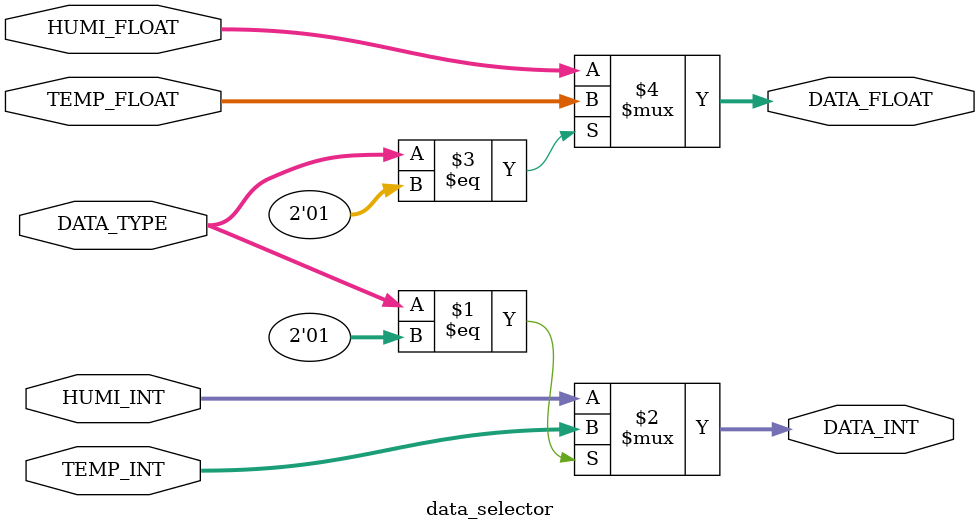
<source format=v>
/*
 * ----------------------------------------------------------------------
 * Módulo responsável por filtrar os dados solicitados advindos 
 * do DHT11 em valor Inteiro e fracionário
 * ----------------------------------------------------------------------
 */

module data_selector(
  input [1:0] DATA_TYPE, // Tipo de dado
  input [7:0] TEMP_INT, // Temperatura (porção inteira)
  input [7:0] TEMP_FLOAT, // Temperatura (porção fracionária)
  input [7:0] HUMI_INT, // Umidade (porção inteira)
  input [7:0] HUMI_FLOAT, // Umidade (porção fracionária)
  output [7:0] DATA_INT, // Dado (inteiro) selecionado
  output [7:0] DATA_FLOAT // Dado (fracionário) selecionado
);

  localparam T = 2'b01, H = 2'b10, S = 2'b11;

  assign DATA_INT = (DATA_TYPE == T) ? TEMP_INT : HUMI_INT;
  assign DATA_FLOAT = (DATA_TYPE == T) ? TEMP_FLOAT : HUMI_FLOAT;


endmodule
</source>
